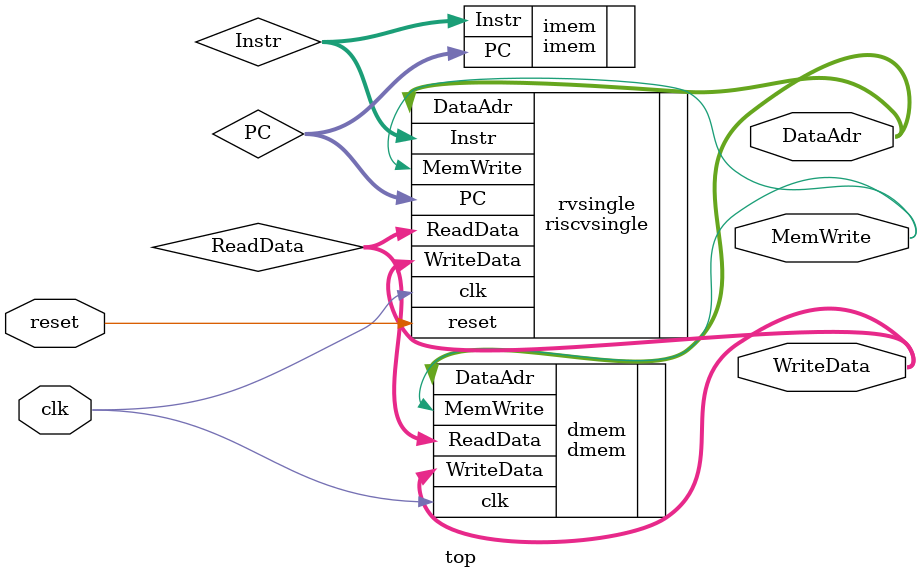
<source format=sv>


// Expect simulator to print "Simulation succeeded"
// when the value 25 (0x19) is written to address 100 (0x64)

// Single-cycle implementation of RISC-V (RV32I)
// User-level Instruction Set Architecture 
// Implements a subset of the base integer instructions:
//    lw, sw
//    add, sub, and, or, slt, 
//    addi, andi, ori, slti
//    beq
//    jal
// little-endian memory

// 31 32-bit registers x1-x31, x0 hardwired to 0
// R-Type instructions
//   add, sub, and, or, slt
//   INSTR rd, rs1, rs2
//   Instr[31:25] = funct7 (funct7b5 & opb5 = 1 for sub, 0 for others)
//   Instr[24:20] = rs2
//   Instr[19:15] = rs1
//   Instr[14:12] = funct3
//   Instr[11:7]  = rd
//   Instr[6:0]   = opcode
// I-Type Instructions
//   lw, I-type ALU (addi, andi, ori, slti)
//   lw:         INSTR rd, imm(rs1)
//   I-type ALU: INSTR rd, rs1, imm (12-bit signed)
//   Instr[31:20] = imm[11:0]
//   Instr[24:20] = rs2
//   Instr[19:15] = rs1
//   Instr[14:12] = funct3
//   Instr[11:7]  = rd
//   Instr[6:0]   = opcode
// S-Type Instruction
//   sw rs2, imm(rs1) (store rs2 into address specified by rs1 + immm)
//   Instr[31:25] = imm[11:5] (offset[11:5])
//   Instr[24:20] = rs2 (src)
//   Instr[19:15] = rs1 (base)
//   Instr[14:12] = funct3
//   Instr[11:7]  = imm[4:0]  (offset[4:0])
//   Instr[6:0]   = opcode
// B-Type Instruction
//   beq rs1, rs2, imm (PCTarget = PC + (signed imm x 2))
//   Instr[31:25] = imm[12], imm[10:5]
//   Instr[24:20] = rs2
//   Instr[19:15] = rs1
//   Instr[14:12] = funct3
//   Instr[11:7]  = imm[4:1], imm[11]
//   Instr[6:0]   = opcode
// J-Type Instruction
//   jal rd, imm  (signed imm is multiplied by 2 and added to PC, rd = PC+4)
//   Instr[31:12] = imm[20], imm[10:1], imm[11], imm[19:12]
//   Instr[11:7]  = rd
//   Instr[6:0]   = opcode

//   Instruction  opcode    funct3    funct7
//   add          0110011   000       0000000
//   sub          0110011   000       0100000
//   and          0110011   111       0000000
//   or           0110011   110       0000000
//   slt          0110011   010       0000000
//   addi         0010011   000       immediate
//   andi         0010011   111       immediate
//   ori          0010011   110       immediate
//   slti         0010011   010       immediate
//   beq          1100011   000       immediate
//   lw	          0000011   010       immediate
//   sw           0100011   010       immediate
//   jal          1101111   immediate immediate

module testbench();

  logic        clk;
  logic        reset;

  logic [31:0] WriteData, DataAdr;
  logic        MemWrite;

  // instantiate device to be tested
  top dut(clk, reset, WriteData, DataAdr, MemWrite);
  
  // initialize test
  initial
    begin
      reset <= 1; # 22; reset <= 0;
    end

  // generate clock to sequence tests
  always
    begin
      clk <= 1; # 5; clk <= 0; # 5;
    end

  // check results
  always @(negedge clk)
    begin
      if(MemWrite) begin
        if(DataAdr === 100 & WriteData === 25) begin
          $display("Simulation succeeded");
          $stop;
        end else if (DataAdr !== 96) begin
          $display("Simulation failed");
          $stop;
        end
      end
    end
endmodule

module top(input  logic        clk, reset, 
           output logic [31:0] WriteData, DataAdr, 
           output logic        MemWrite);

  logic [31:0] PC, Instr, ReadData;
  
  // instantiate processor and memories
  riscvsingle rvsingle(.clk(clk), .reset(reset), .PC(PC), .Instr(Instr), .MemWrite(MemWrite),
                        .DataAdr(DataAdr), .WriteData(WriteData), .ReadData(ReadData));
  imem imem(.PC(PC), .Instr(Instr));
  dmem dmem(.clk(clk), .MemWrite(MemWrite), .DataAdr(DataAdr), .WriteData(WriteData), .ReadData(ReadData));
endmodule

</source>
